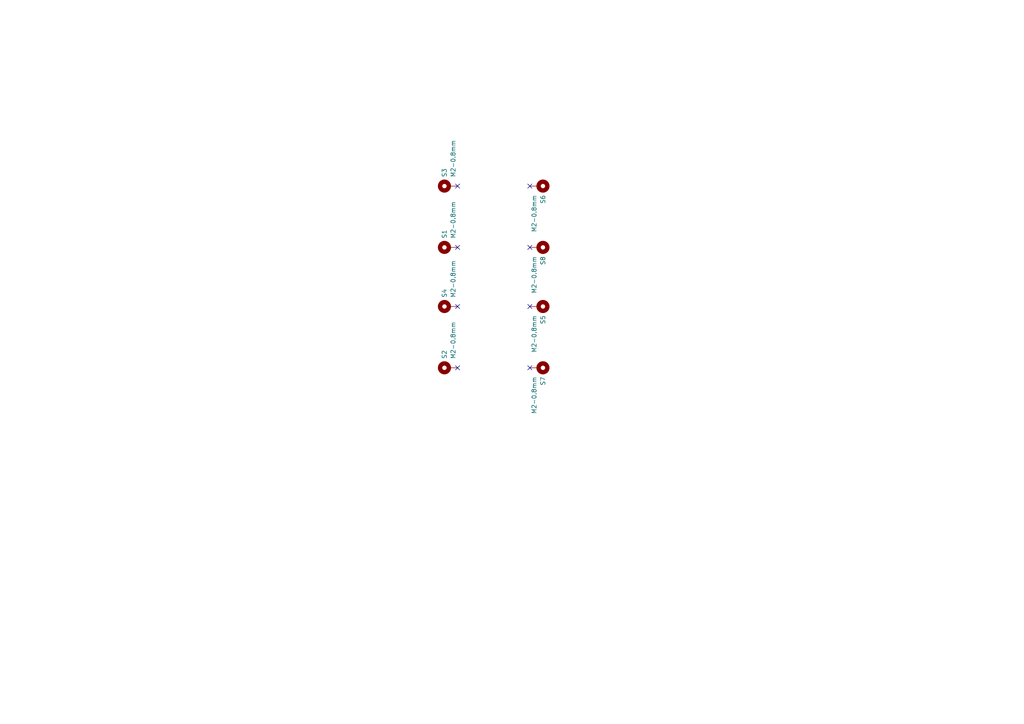
<source format=kicad_sch>
(kicad_sch (version 20230121) (generator eeschema)
  (paper "A4")
  (lib_symbols
    (symbol "Mechanical:MountingHole_Pad" (pin_numbers hide) (pin_names (offset 1.016) hide)
      (property "Reference" "H" (at 0 6.35 0))
      (property "Value" "MountingHole_Pad" (at 0 4.445 0))
      (symbol "MountingHole_Pad_0_1"
        (circle (center 0 1.27) (radius 1.27) (stroke (width 1.27)))
      )
      (symbol "MountingHole_Pad_1_1"
        (pin input line (at 0 -2.54 90) (length 2.54) (name "1") (number "1"))
      )
    )
  )
  (no_connect (at 153.67 88.9))
  (no_connect (at 153.67 71.755))
  (no_connect (at 132.715 106.68))
  (no_connect (at 132.715 53.975))
  (no_connect (at 153.67 53.975))
  (no_connect (at 132.715 71.755))
  (no_connect (at 132.715 88.9))
  (no_connect (at 153.67 106.68))
  (symbol (lib_id "Mechanical:MountingHole_Pad") (at 130.175 71.755 90) (unit 1)
    (property "Reference" "S1" (at 128.905 69.215 0) (effects (justify left)))
    (property "Value" "M2-0.8mm" (at 131.445 69.215 0) (effects (justify left)))
    (property "Footprint" "DreaM117er-keebLibrary:MAC8_TH0816-XX-M2-Dual_Pad" (effects hide))
  )
  (symbol (lib_id "Mechanical:MountingHole_Pad") (at 130.175 53.975 90) (unit 1)
    (property "Reference" "S3" (at 128.905 51.435 0) (effects (justify left)))
    (property "Value" "M2-0.8mm" (at 131.445 51.435 0) (effects (justify left)))
    (property "Footprint" "DreaM117er-keebLibrary:MAC8_TH0816-XX-M2-Dual_Pad" (effects hide))
  )
  (symbol (lib_id "Mechanical:MountingHole_Pad") (at 130.175 88.9 90) (unit 1)
    (property "Reference" "S4" (at 128.905 86.36 0) (effects (justify left)))
    (property "Value" "M2-0.8mm" (at 131.445 86.36 0) (effects (justify left)))
    (property "Footprint" "DreaM117er-keebLibrary:MAC8_TH0816-XX-M2-Dual_Pad" (effects hide))
  )
  (symbol (lib_id "Mechanical:MountingHole_Pad") (at 156.21 71.755 270) (unit 1)
    (property "Reference" "S8" (at 157.48 74.295 0) (effects (justify left)))
    (property "Value" "M2-0.8mm" (at 154.94 74.295 0) (effects (justify left)))
    (property "Footprint" "DreaM117er-keebLibrary:MAC8_TH0816-XX-M2-Dual_Pad" (effects hide))
  )
  (symbol (lib_id "Mechanical:MountingHole_Pad") (at 130.175 106.68 90) (unit 1)
    (property "Reference" "S2" (at 128.905 104.14 0) (effects (justify left)))
    (property "Value" "M2-0.8mm" (at 131.445 104.14 0) (effects (justify left)))
    (property "Footprint" "DreaM117er-keebLibrary:MAC8_TH0816-XX-M2-Dual_Pad" (effects hide))
  )
  (symbol (lib_id "Mechanical:MountingHole_Pad") (at 156.21 88.9 270) (unit 1)
    (property "Reference" "S5" (at 157.48 91.44 0) (effects (justify left)))
    (property "Value" "M2-0.8mm" (at 154.94 91.44 0) (effects (justify left)))
    (property "Footprint" "DreaM117er-keebLibrary:MAC8_TH0816-XX-M2-Dual_Pad" (effects hide))
  )
  (symbol (lib_id "Mechanical:MountingHole_Pad") (at 156.21 106.68 270) (unit 1)
    (property "Reference" "S7" (at 157.48 109.22 0) (effects (justify left)))
    (property "Value" "M2-0.8mm" (at 154.94 109.22 0) (effects (justify left)))
    (property "Footprint" "DreaM117er-keebLibrary:MAC8_TH0816-XX-M2-Dual_Pad" (effects hide))
  )
  (symbol (lib_id "Mechanical:MountingHole_Pad") (at 156.21 53.975 270) (unit 1)
    (property "Reference" "S6" (at 157.48 56.515 0) (effects (justify left)))
    (property "Value" "M2-0.8mm" (at 154.94 56.515 0) (effects (justify left)))
    (property "Footprint" "DreaM117er-keebLibrary:MAC8_TH0816-XX-M2-Dual_Pad" (effects hide))
  )
)
</source>
